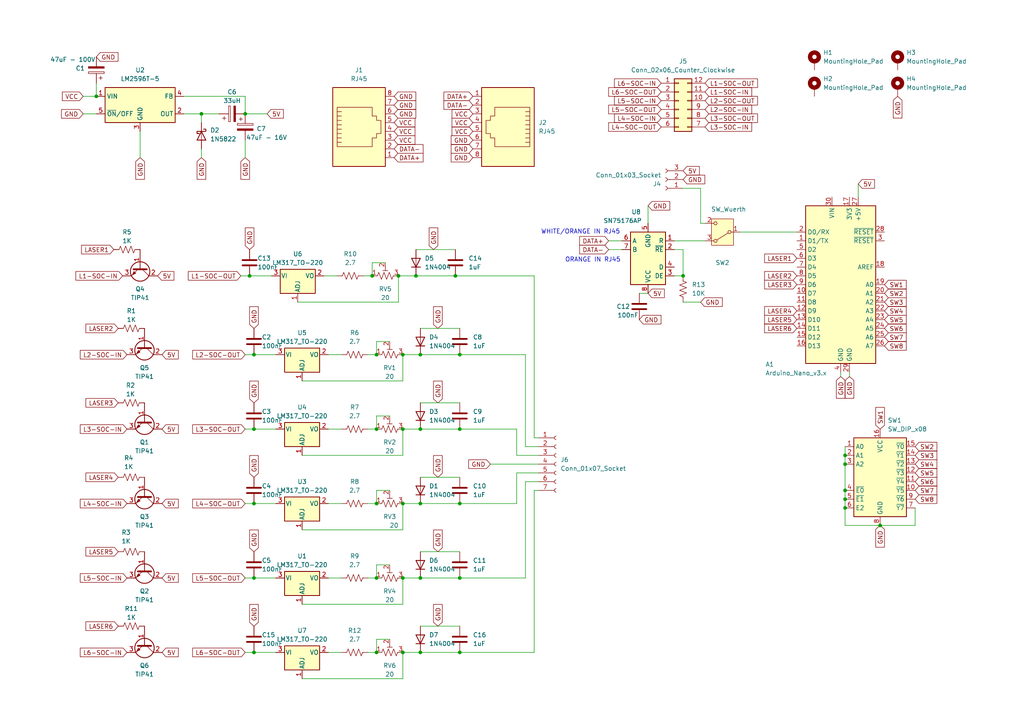
<source format=kicad_sch>
(kicad_sch (version 20250114) (generator "eeschema") (generator_version "9.0")
  (paper "A4")
  (text "WHITE/ORANGE IN RJ45" (at 168.402 67.31 0) (effects (font (size 1.27 1.27))))
  (text "ORANGE IN RJ45" (at 171.958 75.438 0) (effects (font (size 1.27 1.27))))
  (junction (at 120.65 80.01))
  (junction (at 72.39 80.01))
  (junction (at 245.11 134.62))
  (junction (at 245.11 142.24))
  (junction (at 109.22 124.46))
  (junction (at 245.11 147.32))
  (junction (at 109.22 146.05))
  (junction (at 116.84 124.46))
  (junction (at 109.22 167.64))
  (junction (at 73.66 124.46))
  (junction (at 115.57 80.01))
  (junction (at 73.66 146.05))
  (junction (at 133.35 167.64))
  (junction (at 116.84 146.05))
  (junction (at 116.84 189.23))
  (junction (at 121.92 102.87))
  (junction (at 73.66 102.87))
  (junction (at 133.35 146.05))
  (junction (at 107.95 80.01))
  (junction (at 109.22 102.87))
  (junction (at 255.27 152.4))
  (junction (at 245.11 132.08))
  (junction (at 58.42 33.02))
  (junction (at 121.92 189.23))
  (junction (at 121.92 124.46))
  (junction (at 27.94 27.94))
  (junction (at 133.35 189.23))
  (junction (at 121.92 167.64))
  (junction (at 71.12 33.02))
  (junction (at 133.35 102.87))
  (junction (at 132.08 80.01))
  (junction (at 116.84 102.87))
  (junction (at 109.22 189.23))
  (junction (at 73.66 189.23))
  (junction (at 121.92 146.05))
  (junction (at 116.84 167.64))
  (junction (at 245.11 144.78))
  (junction (at 198.12 80.01))
  (junction (at 133.35 124.46))
  (junction (at 73.66 167.64))
  (no_connect (at 299.72 132.08))
  (wire (pts (xy 69.85 80.01) (xy 72.39 80.01)))
  (wire (pts (xy 115.57 80.01) (xy 120.65 80.01)))
  (wire (pts (xy 109.22 120.65) (xy 109.22 124.46)))
  (wire (pts (xy 245.11 129.54) (xy 245.11 132.08)))
  (wire (pts (xy 120.65 80.01) (xy 132.08 80.01)))
  (wire (pts (xy 133.35 102.87) (xy 152.4 102.87)))
  (wire (pts (xy 116.84 167.64) (xy 121.92 167.64)))
  (wire (pts (xy 71.12 146.05) (xy 73.66 146.05)))
  (wire (pts (xy 195.58 80.01) (xy 198.12 80.01)))
  (wire (pts (xy 185.42 85.09) (xy 187.96 85.09)))
  (wire (pts (xy 116.84 102.87) (xy 121.92 102.87)))
  (wire (pts (xy 58.42 33.02) (xy 63.5 33.02)))
  (wire (pts (xy 133.35 146.05) (xy 149.86 146.05)))
  (wire (pts (xy 113.03 185.42) (xy 109.22 185.42)))
  (wire (pts (xy 71.12 33.02) (xy 77.47 33.02)))
  (wire (pts (xy 106.68 189.23) (xy 109.22 189.23)))
  (wire (pts (xy 149.86 137.16) (xy 149.86 146.05)))
  (wire (pts (xy 106.68 102.87) (xy 109.22 102.87)))
  (wire (pts (xy 71.12 189.23) (xy 73.66 189.23)))
  (wire (pts (xy 115.57 80.01) (xy 115.57 87.63)))
  (wire (pts (xy 116.84 102.87) (xy 116.84 110.49)))
  (wire (pts (xy 27.94 24.13) (xy 27.94 27.94)))
  (wire (pts (xy 116.84 124.46) (xy 116.84 132.08)))
  (wire (pts (xy 24.13 27.94) (xy 27.94 27.94)))
  (wire (pts (xy 73.66 102.87) (xy 80.01 102.87)))
  (wire (pts (xy 203.2 54.61) (xy 203.2 64.77)))
  (wire (pts (xy 121.92 116.84) (xy 133.35 116.84)))
  (wire (pts (xy 73.66 124.46) (xy 80.01 124.46)))
  (wire (pts (xy 121.92 138.43) (xy 133.35 138.43)))
  (wire (pts (xy 95.25 146.05) (xy 99.06 146.05)))
  (wire (pts (xy 203.2 87.63) (xy 198.12 87.63)))
  (wire (pts (xy 246.38 107.95) (xy 246.38 109.22)))
  (wire (pts (xy 176.53 72.39) (xy 180.34 72.39)))
  (wire (pts (xy 245.11 134.62) (xy 245.11 142.24)))
  (wire (pts (xy 116.84 175.26) (xy 87.63 175.26)))
  (wire (pts (xy 105.41 80.01) (xy 107.95 80.01)))
  (wire (pts (xy 149.86 137.16) (xy 156.21 137.16)))
  (wire (pts (xy 58.42 33.02) (xy 58.42 35.56)))
  (wire (pts (xy 142.24 134.62) (xy 156.21 134.62)))
  (wire (pts (xy 121.92 166.37) (xy 121.92 167.64)))
  (wire (pts (xy 71.12 27.94) (xy 71.12 33.02)))
  (wire (pts (xy 149.86 124.46) (xy 149.86 132.08)))
  (wire (pts (xy 53.34 27.94) (xy 71.12 27.94)))
  (wire (pts (xy 72.39 80.01) (xy 78.74 80.01)))
  (wire (pts (xy 24.13 33.02) (xy 27.94 33.02)))
  (wire (pts (xy 106.68 146.05) (xy 109.22 146.05)))
  (wire (pts (xy 116.84 175.26) (xy 116.84 167.64)))
  (wire (pts (xy 116.84 146.05) (xy 121.92 146.05)))
  (wire (pts (xy 106.68 124.46) (xy 109.22 124.46)))
  (wire (pts (xy 71.12 124.46) (xy 73.66 124.46)))
  (wire (pts (xy 121.92 124.46) (xy 133.35 124.46)))
  (wire (pts (xy 116.84 110.49) (xy 87.63 110.49)))
  (wire (pts (xy 93.98 80.01) (xy 97.79 80.01)))
  (wire (pts (xy 132.08 80.01) (xy 154.94 80.01)))
  (wire (pts (xy 214.63 67.31) (xy 231.14 67.31)))
  (wire (pts (xy 245.11 142.24) (xy 245.11 144.78)))
  (wire (pts (xy 116.84 153.67) (xy 87.63 153.67)))
  (wire (pts (xy 149.86 132.08) (xy 156.21 132.08)))
  (wire (pts (xy 121.92 181.61) (xy 133.35 181.61)))
  (wire (pts (xy 116.84 189.23) (xy 116.84 196.85)))
  (wire (pts (xy 204.47 69.85) (xy 195.58 69.85)))
  (wire (pts (xy 95.25 124.46) (xy 99.06 124.46)))
  (wire (pts (xy 120.65 72.39) (xy 132.08 72.39)))
  (wire (pts (xy 176.53 69.85) (xy 180.34 69.85)))
  (wire (pts (xy 121.92 167.64) (xy 133.35 167.64)))
  (wire (pts (xy 109.22 99.06) (xy 109.22 102.87)))
  (wire (pts (xy 116.84 189.23) (xy 121.92 189.23)))
  (wire (pts (xy 152.4 139.7) (xy 152.4 167.64)))
  (wire (pts (xy 198.12 72.39) (xy 198.12 80.01)))
  (wire (pts (xy 121.92 160.02) (xy 133.35 160.02)))
  (wire (pts (xy 71.12 102.87) (xy 73.66 102.87)))
  (wire (pts (xy 198.12 54.61) (xy 203.2 54.61)))
  (wire (pts (xy 113.03 99.06) (xy 109.22 99.06)))
  (wire (pts (xy 115.57 87.63) (xy 86.36 87.63)))
  (wire (pts (xy 116.84 132.08) (xy 87.63 132.08)))
  (wire (pts (xy 154.94 142.24) (xy 156.21 142.24)))
  (wire (pts (xy 121.92 189.23) (xy 133.35 189.23)))
  (wire (pts (xy 265.43 152.4) (xy 265.43 147.32)))
  (wire (pts (xy 107.95 76.2) (xy 107.95 80.01)))
  (wire (pts (xy 71.12 40.64) (xy 71.12 45.72)))
  (wire (pts (xy 111.76 76.2) (xy 107.95 76.2)))
  (wire (pts (xy 95.25 167.64) (xy 99.06 167.64)))
  (wire (pts (xy 40.64 38.1) (xy 40.64 45.72)))
  (wire (pts (xy 116.84 124.46) (xy 121.92 124.46)))
  (wire (pts (xy 116.84 146.05) (xy 116.84 153.67)))
  (wire (pts (xy 95.25 102.87) (xy 99.06 102.87)))
  (wire (pts (xy 109.22 163.83) (xy 109.22 167.64)))
  (wire (pts (xy 73.66 189.23) (xy 80.01 189.23)))
  (wire (pts (xy 154.94 80.01) (xy 154.94 127)))
  (wire (pts (xy 149.86 124.46) (xy 133.35 124.46)))
  (wire (pts (xy 121.92 95.25) (xy 133.35 95.25)))
  (wire (pts (xy 152.4 139.7) (xy 156.21 139.7)))
  (wire (pts (xy 106.68 167.64) (xy 109.22 167.64)))
  (wire (pts (xy 109.22 142.24) (xy 109.22 146.05)))
  (wire (pts (xy 152.4 102.87) (xy 152.4 129.54)))
  (wire (pts (xy 245.11 144.78) (xy 245.11 147.32)))
  (wire (pts (xy 113.03 142.24) (xy 109.22 142.24)))
  (wire (pts (xy 113.03 120.65) (xy 109.22 120.65)))
  (wire (pts (xy 245.11 147.32) (xy 245.11 152.4)))
  (wire (pts (xy 121.92 102.87) (xy 133.35 102.87)))
  (wire (pts (xy 133.35 189.23) (xy 154.94 189.23)))
  (wire (pts (xy 195.58 72.39) (xy 198.12 72.39)))
  (wire (pts (xy 245.11 132.08) (xy 245.11 134.62)))
  (wire (pts (xy 116.84 196.85) (xy 87.63 196.85)))
  (wire (pts (xy 109.22 185.42) (xy 109.22 189.23)))
  (wire (pts (xy 58.42 43.18) (xy 58.42 45.72)))
  (wire (pts (xy 113.03 163.83) (xy 109.22 163.83)))
  (wire (pts (xy 187.96 59.69) (xy 187.96 64.77)))
  (wire (pts (xy 73.66 146.05) (xy 80.01 146.05)))
  (wire (pts (xy 95.25 189.23) (xy 99.06 189.23)))
  (wire (pts (xy 71.12 167.64) (xy 73.66 167.64)))
  (wire (pts (xy 245.11 152.4) (xy 255.27 152.4)))
  (wire (pts (xy 243.84 107.95) (xy 243.84 109.22)))
  (wire (pts (xy 152.4 129.54) (xy 156.21 129.54)))
  (wire (pts (xy 154.94 127) (xy 156.21 127)))
  (wire (pts (xy 203.2 64.77) (xy 204.47 64.77)))
  (wire (pts (xy 73.66 167.64) (xy 80.01 167.64)))
  (wire (pts (xy 121.92 146.05) (xy 133.35 146.05)))
  (wire (pts (xy 255.27 152.4) (xy 265.43 152.4)))
  (wire (pts (xy 248.92 53.34) (xy 248.92 57.15)))
  (wire (pts (xy 154.94 189.23) (xy 154.94 142.24)))
  (wire (pts (xy 53.34 33.02) (xy 58.42 33.02)))
  (wire (pts (xy 133.35 167.64) (xy 152.4 167.64)))
  (global_label "SW2" (shape input) (at 265.43 129.54 0) (property "Intersheetrefs" "${INTERSHEET_REFS}" (effects (hide yes))))
  (global_label "GND" (shape input) (at 73.66 160.02 90) (property "Intersheetrefs" "${INTERSHEET_REFS}" (effects (hide yes))))
  (global_label "5V" (shape input) (at 46.99 167.64 0) (property "Intersheetrefs" "${INTERSHEET_REFS}" (effects (hide yes))))
  (global_label "L3-SOC-OUT" (shape input) (at 204.47 34.29 0) (property "Intersheetrefs" "${INTERSHEET_REFS}" (effects (hide yes))))
  (global_label "VCC" (shape input) (at 114.3 38.1 0) (property "Intersheetrefs" "${INTERSHEET_REFS}" (effects (hide yes))))
  (global_label "GND" (shape input) (at 185.42 92.71 0) (property "Intersheetrefs" "${INTERSHEET_REFS}" (effects (hide yes))))
  (global_label "GND" (shape input) (at 114.3 27.94 0) (property "Intersheetrefs" "${INTERSHEET_REFS}" (effects (hide yes))))
  (global_label "GND" (shape input) (at 255.27 152.4 270) (property "Intersheetrefs" "${INTERSHEET_REFS}" (effects (hide yes))))
  (global_label "LASER4" (shape input) (at 34.29 138.43 180) (property "Intersheetrefs" "${INTERSHEET_REFS}" (effects (hide yes))))
  (global_label "GND" (shape input) (at 127 95.25 90) (property "Intersheetrefs" "${INTERSHEET_REFS}" (effects (hide yes))))
  (global_label "GND" (shape input) (at 73.66 95.25 90) (property "Intersheetrefs" "${INTERSHEET_REFS}" (effects (hide yes))))
  (global_label "VCC" (shape input) (at 24.13 27.94 180) (property "Intersheetrefs" "${INTERSHEET_REFS}" (effects (hide yes))))
  (global_label "DATA+" (shape input) (at 114.3 45.72 0) (property "Intersheetrefs" "${INTERSHEET_REFS}" (effects (hide yes))))
  (global_label "SW7" (shape input) (at 265.43 142.24 0) (property "Intersheetrefs" "${INTERSHEET_REFS}" (effects (hide yes))))
  (global_label "DATA-" (shape input) (at 137.16 30.48 180) (property "Intersheetrefs" "${INTERSHEET_REFS}" (effects (hide yes))))
  (global_label "GND" (shape input) (at 72.39 72.39 90) (property "Intersheetrefs" "${INTERSHEET_REFS}" (effects (hide yes))))
  (global_label "L2-SOC-IN" (shape input) (at 204.47 31.75 0) (property "Intersheetrefs" "${INTERSHEET_REFS}" (effects (hide yes))))
  (global_label "LASER5" (shape input) (at 231.14 92.71 180) (property "Intersheetrefs" "${INTERSHEET_REFS}" (effects (hide yes))))
  (global_label "GND" (shape input) (at 40.64 45.72 270) (property "Intersheetrefs" "${INTERSHEET_REFS}" (effects (hide yes))))
  (global_label "GND" (shape input) (at 127 181.61 90) (property "Intersheetrefs" "${INTERSHEET_REFS}" (effects (hide yes))))
  (global_label "SW8" (shape input) (at 256.54 100.33 0) (property "Intersheetrefs" "${INTERSHEET_REFS}" (effects (hide yes))))
  (global_label "L4-SOC-IN" (shape input) (at 191.77 34.29 180) (property "Intersheetrefs" "${INTERSHEET_REFS}" (effects (hide yes))))
  (global_label "GND" (shape input) (at 73.66 181.61 90) (property "Intersheetrefs" "${INTERSHEET_REFS}" (effects (hide yes))))
  (global_label "LASER2" (shape input) (at 34.29 95.25 180) (property "Intersheetrefs" "${INTERSHEET_REFS}" (effects (hide yes))))
  (global_label "VCC" (shape input) (at 114.3 40.64 0) (property "Intersheetrefs" "${INTERSHEET_REFS}" (effects (hide yes))))
  (global_label "LASER3" (shape input) (at 231.14 82.55 180) (property "Intersheetrefs" "${INTERSHEET_REFS}" (effects (hide yes))))
  (global_label "VCC" (shape input) (at 114.3 35.56 0) (property "Intersheetrefs" "${INTERSHEET_REFS}" (effects (hide yes))))
  (global_label "L5-SOC-IN" (shape input) (at 191.77 29.21 180) (property "Intersheetrefs" "${INTERSHEET_REFS}" (effects (hide yes))))
  (global_label "L5-SOC-OUT" (shape input) (at 71.12 167.64 180) (property "Intersheetrefs" "${INTERSHEET_REFS}" (effects (hide yes))))
  (global_label "5V" (shape input) (at 187.96 85.09 0) (property "Intersheetrefs" "${INTERSHEET_REFS}" (effects (hide yes))))
  (global_label "VCC" (shape input) (at 137.16 33.02 180) (property "Intersheetrefs" "${INTERSHEET_REFS}" (effects (hide yes))))
  (global_label "GND" (shape input) (at 137.16 40.64 180) (property "Intersheetrefs" "${INTERSHEET_REFS}" (effects (hide yes))))
  (global_label "5V" (shape input) (at 46.99 124.46 0) (property "Intersheetrefs" "${INTERSHEET_REFS}" (effects (hide yes))))
  (global_label "GND" (shape input) (at 137.16 43.18 180) (property "Intersheetrefs" "${INTERSHEET_REFS}" (effects (hide yes))))
  (global_label "LASER1" (shape input) (at 231.14 74.93 180) (property "Intersheetrefs" "${INTERSHEET_REFS}" (effects (hide yes))))
  (global_label "GND" (shape input) (at 198.12 52.07 0) (property "Intersheetrefs" "${INTERSHEET_REFS}" (effects (hide yes))))
  (global_label "DATA-" (shape input) (at 176.53 72.39 180) (property "Intersheetrefs" "${INTERSHEET_REFS}" (effects (hide yes))))
  (global_label "L3-SOC-OUT" (shape input) (at 71.12 124.46 180) (property "Intersheetrefs" "${INTERSHEET_REFS}" (effects (hide yes))))
  (global_label "L6-SOC-IN" (shape input) (at 191.77 24.13 180) (property "Intersheetrefs" "${INTERSHEET_REFS}" (effects (hide yes))))
  (global_label "SW1" (shape input) (at 256.54 82.55 0) (property "Intersheetrefs" "${INTERSHEET_REFS}" (effects (hide yes))))
  (global_label "GND" (shape input) (at 127 116.84 90) (property "Intersheetrefs" "${INTERSHEET_REFS}" (effects (hide yes))))
  (global_label "L1-SOC-IN" (shape input) (at 204.47 26.67 0) (property "Intersheetrefs" "${INTERSHEET_REFS}" (effects (hide yes))))
  (global_label "SW2" (shape input) (at 256.54 85.09 0) (property "Intersheetrefs" "${INTERSHEET_REFS}" (effects (hide yes))))
  (global_label "GND" (shape input) (at 24.13 33.02 180) (property "Intersheetrefs" "${INTERSHEET_REFS}" (effects (hide yes))))
  (global_label "L5-SOC-OUT" (shape input) (at 191.77 31.75 180) (property "Intersheetrefs" "${INTERSHEET_REFS}" (effects (hide yes))))
  (global_label "GND" (shape input) (at 260.35 27.94 270) (property "Intersheetrefs" "${INTERSHEET_REFS}" (effects (hide yes))))
  (global_label "GND" (shape input) (at 142.24 134.62 180) (property "Intersheetrefs" "${INTERSHEET_REFS}" (effects (hide yes))))
  (global_label "SW4" (shape input) (at 265.43 134.62 0) (property "Intersheetrefs" "${INTERSHEET_REFS}" (effects (hide yes))))
  (global_label "DATA-" (shape input) (at 114.3 43.18 0) (property "Intersheetrefs" "${INTERSHEET_REFS}" (effects (hide yes))))
  (global_label "5V" (shape input) (at 46.99 102.87 0) (property "Intersheetrefs" "${INTERSHEET_REFS}" (effects (hide yes))))
  (global_label "GND" (shape input) (at 73.66 138.43 90) (property "Intersheetrefs" "${INTERSHEET_REFS}" (effects (hide yes))))
  (global_label "SW1" (shape input) (at 255.27 124.46 90) (property "Intersheetrefs" "${INTERSHEET_REFS}" (effects (hide yes))))
  (global_label "SW6" (shape input) (at 256.54 95.25 0) (property "Intersheetrefs" "${INTERSHEET_REFS}" (effects (hide yes))))
  (global_label "5V" (shape input) (at 46.99 189.23 0) (property "Intersheetrefs" "${INTERSHEET_REFS}" (effects (hide yes))))
  (global_label "LASER3" (shape input) (at 34.29 116.84 180) (property "Intersheetrefs" "${INTERSHEET_REFS}" (effects (hide yes))))
  (global_label "L4-SOC-OUT" (shape input) (at 71.12 146.05 180) (property "Intersheetrefs" "${INTERSHEET_REFS}" (effects (hide yes))))
  (global_label "VCC" (shape input) (at 137.16 35.56 180) (property "Intersheetrefs" "${INTERSHEET_REFS}" (effects (hide yes))))
  (global_label "SW5" (shape input) (at 265.43 137.16 0) (property "Intersheetrefs" "${INTERSHEET_REFS}" (effects (hide yes))))
  (global_label "5V" (shape input) (at 77.47 33.02 0) (property "Intersheetrefs" "${INTERSHEET_REFS}" (effects (hide yes))))
  (global_label "L6-SOC-OUT" (shape input) (at 71.12 189.23 180) (property "Intersheetrefs" "${INTERSHEET_REFS}" (effects (hide yes))))
  (global_label "GND" (shape input) (at 71.12 45.72 270) (property "Intersheetrefs" "${INTERSHEET_REFS}" (effects (hide yes))))
  (global_label "GND" (shape input) (at 58.42 45.72 270) (property "Intersheetrefs" "${INTERSHEET_REFS}" (effects (hide yes))))
  (global_label "L2-SOC-OUT" (shape input) (at 71.12 102.87 180) (property "Intersheetrefs" "${INTERSHEET_REFS}" (effects (hide yes))))
  (global_label "L3-SOC-IN" (shape input) (at 36.83 124.46 180) (property "Intersheetrefs" "${INTERSHEET_REFS}" (effects (hide yes))))
  (global_label "LASER1" (shape input) (at 33.02 72.39 180) (property "Intersheetrefs" "${INTERSHEET_REFS}" (effects (hide yes))))
  (global_label "GND" (shape input) (at 114.3 33.02 0) (property "Intersheetrefs" "${INTERSHEET_REFS}" (effects (hide yes))))
  (global_label "SW6" (shape input) (at 265.43 139.7 0) (property "Intersheetrefs" "${INTERSHEET_REFS}" (effects (hide yes))))
  (global_label "DATA+" (shape input) (at 137.16 27.94 180) (property "Intersheetrefs" "${INTERSHEET_REFS}" (effects (hide yes))))
  (global_label "SW7" (shape input) (at 256.54 97.79 0) (property "Intersheetrefs" "${INTERSHEET_REFS}" (effects (hide yes))))
  (global_label "GND" (shape input) (at 73.66 116.84 90) (property "Intersheetrefs" "${INTERSHEET_REFS}" (effects (hide yes))))
  (global_label "L1-SOC-OUT" (shape input) (at 69.85 80.01 180) (property "Intersheetrefs" "${INTERSHEET_REFS}" (effects (hide yes))))
  (global_label "SW4" (shape input) (at 256.54 90.17 0) (property "Intersheetrefs" "${INTERSHEET_REFS}" (effects (hide yes))))
  (global_label "5V" (shape input) (at 45.72 80.01 0) (property "Intersheetrefs" "${INTERSHEET_REFS}" (effects (hide yes))))
  (global_label "L6-SOC-IN" (shape input) (at 36.83 189.23 180) (property "Intersheetrefs" "${INTERSHEET_REFS}" (effects (hide yes))))
  (global_label "SW5" (shape input) (at 256.54 92.71 0) (property "Intersheetrefs" "${INTERSHEET_REFS}" (effects (hide yes))))
  (global_label "LASER2" (shape input) (at 231.14 80.01 180) (property "Intersheetrefs" "${INTERSHEET_REFS}" (effects (hide yes))))
  (global_label "L3-SOC-IN" (shape input) (at 204.47 36.83 0) (property "Intersheetrefs" "${INTERSHEET_REFS}" (effects (hide yes))))
  (global_label "LASER5" (shape input) (at 34.29 160.02 180) (property "Intersheetrefs" "${INTERSHEET_REFS}" (effects (hide yes))))
  (global_label "L6-SOC-OUT" (shape input) (at 191.77 26.67 180) (property "Intersheetrefs" "${INTERSHEET_REFS}" (effects (hide yes))))
  (global_label "LASER6" (shape input) (at 231.14 95.25 180) (property "Intersheetrefs" "${INTERSHEET_REFS}" (effects (hide yes))))
  (global_label "GND" (shape input) (at 27.94 16.51 0) (property "Intersheetrefs" "${INTERSHEET_REFS}" (effects (hide yes))))
  (global_label "GND" (shape input) (at 127 138.43 90) (property "Intersheetrefs" "${INTERSHEET_REFS}" (effects (hide yes))))
  (global_label "VCC" (shape input) (at 137.16 38.1 180) (property "Intersheetrefs" "${INTERSHEET_REFS}" (effects (hide yes))))
  (global_label "GND" (shape input) (at 187.96 59.69 0) (property "Intersheetrefs" "${INTERSHEET_REFS}" (effects (hide yes))))
  (global_label "GND" (shape input) (at 203.2 87.63 0) (property "Intersheetrefs" "${INTERSHEET_REFS}" (effects (hide yes))))
  (global_label "L4-SOC-OUT" (shape input) (at 191.77 36.83 180) (property "Intersheetrefs" "${INTERSHEET_REFS}" (effects (hide yes))))
  (global_label "GND" (shape input) (at 125.73 72.39 90) (property "Intersheetrefs" "${INTERSHEET_REFS}" (effects (hide yes))))
  (global_label "SW8" (shape input) (at 265.43 144.78 0) (property "Intersheetrefs" "${INTERSHEET_REFS}" (effects (hide yes))))
  (global_label "5V" (shape input) (at 46.99 146.05 0) (property "Intersheetrefs" "${INTERSHEET_REFS}" (effects (hide yes))))
  (global_label "L2-SOC-IN" (shape input) (at 36.83 102.87 180) (property "Intersheetrefs" "${INTERSHEET_REFS}" (effects (hide yes))))
  (global_label "GND" (shape input) (at 137.16 45.72 180) (property "Intersheetrefs" "${INTERSHEET_REFS}" (effects (hide yes))))
  (global_label "L4-SOC-IN" (shape input) (at 36.83 146.05 180) (property "Intersheetrefs" "${INTERSHEET_REFS}" (effects (hide yes))))
  (global_label "GND" (shape input) (at 243.84 109.22 270) (property "Intersheetrefs" "${INTERSHEET_REFS}" (effects (hide yes))))
  (global_label "5V" (shape input) (at 198.12 49.53 0) (property "Intersheetrefs" "${INTERSHEET_REFS}" (effects (hide yes))))
  (global_label "SW3" (shape input) (at 265.43 132.08 0) (property "Intersheetrefs" "${INTERSHEET_REFS}" (effects (hide yes))))
  (global_label "LASER4" (shape input) (at 231.14 90.17 180) (property "Intersheetrefs" "${INTERSHEET_REFS}" (effects (hide yes))))
  (global_label "LASER6" (shape input) (at 34.29 181.61 180) (property "Intersheetrefs" "${INTERSHEET_REFS}" (effects (hide yes))))
  (global_label "L1-SOC-IN" (shape input) (at 35.56 80.01 180) (property "Intersheetrefs" "${INTERSHEET_REFS}" (effects (hide yes))))
  (global_label "5V" (shape input) (at 248.92 53.34 0) (property "Intersheetrefs" "${INTERSHEET_REFS}" (effects (hide yes))))
  (global_label "L5-SOC-IN" (shape input) (at 36.83 167.64 180) (property "Intersheetrefs" "${INTERSHEET_REFS}" (effects (hide yes))))
  (global_label "GND" (shape input) (at 246.38 109.22 270) (property "Intersheetrefs" "${INTERSHEET_REFS}" (effects (hide yes))))
  (global_label "DATA+" (shape input) (at 176.53 69.85 180) (property "Intersheetrefs" "${INTERSHEET_REFS}" (effects (hide yes))))
  (global_label "GND" (shape input) (at 114.3 30.48 0) (property "Intersheetrefs" "${INTERSHEET_REFS}" (effects (hide yes))))
  (global_label "L1-SOC-OUT" (shape input) (at 204.47 24.13 0) (property "Intersheetrefs" "${INTERSHEET_REFS}" (effects (hide yes))))
  (global_label "L2-SOC-OUT" (shape input) (at 204.47 29.21 0) (property "Intersheetrefs" "${INTERSHEET_REFS}" (effects (hide yes))))
  (global_label "GND" (shape input) (at 127 160.02 90) (property "Intersheetrefs" "${INTERSHEET_REFS}" (effects (hide yes))))
  (global_label "SW3" (shape input) (at 256.54 87.63 0) (property "Intersheetrefs" "${INTERSHEET_REFS}" (effects (hide yes))))
  (symbol (lib_id "Diode:1N4004") (at 121.92 142.24 90) (unit 1)
    (property "Reference" "D1" (at 124.46 140.9699 90) (effects (justify right)))
    (property "Value" "1N4004" (at 124.46 143.5099 90) (effects (justify right)))
    (property "Footprint" "Diode_THT:D_DO-41_SOD81_P7.62mm_Horizontal" (effects (hide yes)))
    (property "Datasheet" "http://www.vishay.com/docs/88503/1n4001.pdf" (effects (hide yes)))
    (property "Description" "400V 1A General Purpose Rectifier Diode, DO-41" (effects (hide yes)))
    (property "Sim.Device" "D" (effects (hide yes)))
    (property "Sim.Pins" "1=K 2=A" (effects (hide yes)))
  )
  (symbol (lib_id "Device:R_US") (at 102.87 124.46 270) (unit 1)
    (property "Reference" "R7" (at 102.87 118.11 90))
    (property "Value" "2.7" (at 102.87 120.65 90))
    (property "Footprint" "Resistor_THT:R_Axial_DIN0411_L9.9mm_D3.6mm_P12.70mm_Horizontal" (effects (hide yes)))
    (property "Description" "Resistor, US symbol" (effects (hide yes)))
  )
  (symbol (lib_id "Device:C") (at 73.66 120.65 0) (unit 1)
    (property "Reference" "C3" (at 75.946 119.38 0) (effects (justify left)))
    (property "Value" "100nF" (at 75.946 121.92 0) (effects (justify left)))
    (property "Footprint" "Capacitor_THT:C_Disc_D3.0mm_W2.0mm_P2.50mm" (effects (hide yes)))
    (property "Description" "Unpolarized capacitor" (effects (hide yes)))
  )
  (symbol (lib_id "Regulator_Linear:LM317_TO-220") (at 87.63 102.87 0) (unit 1)
    (property "Reference" "U5" (at 87.63 96.52 0))
    (property "Value" "LM317_TO-220" (at 87.63 99.06 0))
    (property "Footprint" "Package_TO_SOT_THT:TO-220-3_Vertical" (effects (hide yes)))
    (property "Datasheet" "http://www.ti.com/lit/ds/symlink/lm317.pdf" (effects (hide yes)))
    (property "Description" "1.5A 35V Adjustable Linear Regulator, TO-220" (effects (hide yes)))
  )
  (symbol (lib_id "Device:C") (at 133.35 120.65 0) (unit 1)
    (property "Reference" "C9" (at 137.16 119.3799 0) (effects (justify left)))
    (property "Value" "1uF" (at 137.16 121.9199 0) (effects (justify left)))
    (property "Footprint" "Capacitor_THT:C_Disc_D3.0mm_W2.0mm_P2.50mm" (effects (hide yes)))
    (property "Description" "Unpolarized capacitor" (effects (hide yes)))
  )
  (symbol (lib_id "Diode:1N4004") (at 121.92 185.42 90) (unit 1)
    (property "Reference" "D7" (at 124.46 184.1499 90) (effects (justify right)))
    (property "Value" "1N4004" (at 124.46 186.6899 90) (effects (justify right)))
    (property "Footprint" "Diode_THT:D_DO-41_SOD81_P7.62mm_Horizontal" (effects (hide yes)))
    (property "Datasheet" "http://www.vishay.com/docs/88503/1n4001.pdf" (effects (hide yes)))
    (property "Description" "400V 1A General Purpose Rectifier Diode, DO-41" (effects (hide yes)))
    (property "Sim.Device" "D" (effects (hide yes)))
    (property "Sim.Pins" "1=K 2=A" (effects (hide yes)))
  )
  (symbol (lib_id "Device:R_US") (at 102.87 102.87 270) (unit 1)
    (property "Reference" "R6" (at 102.87 96.52 90))
    (property "Value" "2.7" (at 102.87 99.06 90))
    (property "Footprint" "Resistor_THT:R_Axial_DIN0411_L9.9mm_D3.6mm_P12.70mm_Horizontal" (effects (hide yes)))
    (property "Description" "Resistor, US symbol" (effects (hide yes)))
  )
  (symbol (lib_id "Regulator_Linear:LM317_TO-220") (at 87.63 124.46 0) (unit 1)
    (property "Reference" "U4" (at 87.63 118.11 0))
    (property "Value" "LM317_TO-220" (at 87.63 120.65 0))
    (property "Footprint" "Package_TO_SOT_THT:TO-220-3_Vertical" (effects (hide yes)))
    (property "Datasheet" "http://www.ti.com/lit/ds/symlink/lm317.pdf" (effects (hide yes)))
    (property "Description" "1.5A 35V Adjustable Linear Regulator, TO-220" (effects (hide yes)))
  )
  (symbol (lib_id "Device:C_Polarized") (at 71.12 36.83 0) (unit 1)
    (property "Reference" "C7" (at 74.422 37.338 0) (effects (justify left)))
    (property "Value" "47uF - 16V" (at 71.374 39.878 0) (effects (justify left)))
    (property "Footprint" "Capacitor_THT:CP_Radial_D7.5mm_P2.50mm" (effects (hide yes)))
    (property "Description" "Polarized capacitor" (effects (hide yes)))
  )
  (symbol (lib_id "Device:R_Potentiometer_Trim_US") (at 113.03 124.46 90) (unit 1)
    (property "Reference" "RV2" (at 113.03 128.27 90))
    (property "Value" "20" (at 113.03 130.81 90))
    (property "Footprint" "Potentiometer_THT:Potentiometer_Bourns_3296Z_Horizontal" (effects (hide yes)))
    (property "Description" "Trim-potentiometer, US symbol" (effects (hide yes)))
  )
  (symbol (lib_id "Device:R_US") (at 36.83 72.39 270) (unit 1)
    (property "Reference" "R5" (at 36.83 67.31 90))
    (property "Value" "1K" (at 36.83 69.85 90))
    (property "Footprint" "Resistor_THT:R_Axial_DIN0207_L6.3mm_D2.5mm_P7.62mm_Horizontal" (effects (hide yes)))
    (property "Description" "Resistor, US symbol" (effects (hide yes)))
  )
  (symbol (lib_id "74xx:74HCT138") (at 255.27 139.7 0) (unit 1)
    (property "Reference" "SW1" (at 257.4641 121.92 0) (effects (justify left)))
    (property "Value" "SW_DIP_x08" (at 257.4641 124.46 0) (effects (justify left)))
    (property "Footprint" "Package_DIP:DIP-16_W7.62mm_LongPads" (effects (hide yes)))
    (property "Datasheet" "http://www.ti.com/lit/ds/symlink/cd74hc238.pdf" (effects (hide yes)))
    (property "Description" "3-to-8 line decoder/multiplexer inverting, DIP-16/SOIC-16/SSOP-16" (effects (hide yes)))
  )
  (symbol (lib_id "Device:R_Potentiometer_Trim_US") (at 113.03 189.23 90) (unit 1)
    (property "Reference" "RV6" (at 113.03 193.04 90))
    (property "Value" "20" (at 113.03 195.58 90))
    (property "Footprint" "Potentiometer_THT:Potentiometer_Bourns_3296Z_Horizontal" (effects (hide yes)))
    (property "Description" "Trim-potentiometer, US symbol" (effects (hide yes)))
  )
  (symbol (lib_id "Regulator_Linear:LM317_TO-220") (at 87.63 146.05 0) (unit 1)
    (property "Reference" "U3" (at 87.63 139.7 0))
    (property "Value" "LM317_TO-220" (at 87.63 142.24 0))
    (property "Footprint" "Package_TO_SOT_THT:TO-220-3_Vertical" (effects (hide yes)))
    (property "Datasheet" "http://www.ti.com/lit/ds/symlink/lm317.pdf" (effects (hide yes)))
    (property "Description" "1.5A 35V Adjustable Linear Regulator, TO-220" (effects (hide yes)))
  )
  (symbol (lib_id "Interface_UART:SN75176AP") (at 187.96 74.93 180) (unit 1)
    (property "Reference" "U8" (at 183.134 61.468 0) (effects (justify right)))
    (property "Value" "SN75176AP" (at 175.006 64.008 0) (effects (justify right)))
    (property "Footprint" "Package_DIP:DIP-8_W7.62mm_Socket_LongPads" (effects (hide yes)))
    (property "Datasheet" "http://www.ti.com/lit/ds/symlink/sn75176a.pdf" (effects (hide yes)))
    (property "Description" "Differential RS-422/RS-485 bus transceiver, DIP-8" (effects (hide yes)))
  )
  (symbol (lib_id "Transistor_BJT:TIP41") (at 41.91 143.51 270) (unit 1)
    (property "Reference" "Q3" (at 41.91 149.86 90))
    (property "Value" "TIP41" (at 41.91 152.4 90))
    (property "Footprint" "Package_TO_SOT_THT:TO-220-3_Vertical" (effects (hide yes)))
    (property "Datasheet" "https://www.centralsemi.com/get_document.php?cmp=1&mergetype=pd&mergepath=pd&pdf_id=tip41.PDF" (effects (hide yes)))
    (property "Description" "6A Ic, 40V Vce, Power NPN Transistor, TO-220" (effects (hide yes)))
  )
  (symbol (lib_id "Device:C") (at 73.66 163.83 0) (unit 1)
    (property "Reference" "C5" (at 75.946 162.56 0) (effects (justify left)))
    (property "Value" "100nF" (at 75.946 165.1 0) (effects (justify left)))
    (property "Footprint" "Capacitor_THT:C_Disc_D3.0mm_W2.0mm_P2.50mm" (effects (hide yes)))
    (property "Description" "Unpolarized capacitor" (effects (hide yes)))
  )
  (symbol (lib_id "Mechanical:MountingHole_Pad") (at 260.35 25.4 0) (unit 1) (exclude_from_sim yes) (in_bom no)
    (property "Reference" "H4" (at 262.89 22.8599 0) (effects (justify left)))
    (property "Value" "MountingHole_Pad" (at 262.89 25.3999 0) (effects (justify left)))
    (property "Footprint" "MountingHole:MountingHole_3.2mm_M3_Pad" (effects (hide yes)))
    (property "Description" "Mounting Hole with connection" (effects (hide yes)))
  )
  (symbol (lib_id "Connector:RJ45") (at 104.14 38.1 0) (unit 1)
    (property "Reference" "J1" (at 104.14 20.32 0))
    (property "Value" "RJ45" (at 104.14 22.86 0))
    (property "Footprint" "Connector_RJ:RJ45_Amphenol_54602-x08_Horizontal" (effects (hide yes)))
    (property "Description" "RJ connector, 8P8C (8 positions 8 connected)" (effects (hide yes)))
  )
  (symbol (lib_id "Mechanical:MountingHole_Pad") (at 260.35 17.78 0) (unit 1) (exclude_from_sim yes) (in_bom no)
    (property "Reference" "H3" (at 262.89 15.2399 0) (effects (justify left)))
    (property "Value" "MountingHole_Pad" (at 262.89 17.7799 0) (effects (justify left)))
    (property "Footprint" "MountingHole:MountingHole_3.2mm_M3_Pad" (effects (hide yes)))
    (property "Description" "Mounting Hole with connection" (effects (hide yes)))
  )
  (symbol (lib_id "Mechanical:MountingHole_Pad") (at 236.22 25.4 0) (unit 1) (exclude_from_sim yes) (in_bom no)
    (property "Reference" "H2" (at 238.76 22.8599 0) (effects (justify left)))
    (property "Value" "MountingHole_Pad" (at 238.76 25.3999 0) (effects (justify left)))
    (property "Footprint" "MountingHole:MountingHole_3.2mm_M3_Pad" (effects (hide yes)))
    (property "Description" "Mounting Hole with connection" (effects (hide yes)))
  )
  (symbol (lib_id "Diode:1N4004") (at 121.92 163.83 90) (unit 1)
    (property "Reference" "D6" (at 124.46 162.5599 90) (effects (justify right)))
    (property "Value" "1N4004" (at 124.46 165.0999 90) (effects (justify right)))
    (property "Footprint" "Diode_THT:D_DO-41_SOD81_P7.62mm_Horizontal" (effects (hide yes)))
    (property "Datasheet" "http://www.vishay.com/docs/88503/1n4001.pdf" (effects (hide yes)))
    (property "Description" "400V 1A General Purpose Rectifier Diode, DO-41" (effects (hide yes)))
    (property "Sim.Device" "D" (effects (hide yes)))
    (property "Sim.Pins" "1=K 2=A" (effects (hide yes)))
  )
  (symbol (lib_id "Device:C") (at 133.35 142.24 0) (unit 1)
    (property "Reference" "C10" (at 137.16 140.9699 0) (effects (justify left)))
    (property "Value" "1uF" (at 137.16 143.5099 0) (effects (justify left)))
    (property "Footprint" "Capacitor_THT:C_Disc_D3.0mm_W2.0mm_P2.50mm" (effects (hide yes)))
    (property "Description" "Unpolarized capacitor" (effects (hide yes)))
  )
  (symbol (lib_id "Device:R_US") (at 38.1 95.25 270) (unit 1)
    (property "Reference" "R1" (at 38.1 90.17 90))
    (property "Value" "1K" (at 38.1 92.71 90))
    (property "Footprint" "Resistor_THT:R_Axial_DIN0207_L6.3mm_D2.5mm_P7.62mm_Horizontal" (effects (hide yes)))
    (property "Description" "Resistor, US symbol" (effects (hide yes)))
  )
  (symbol (lib_id "Device:R_Potentiometer_Trim_US") (at 111.76 80.01 90) (unit 1)
    (property "Reference" "RV5" (at 111.76 83.82 90))
    (property "Value" "20" (at 111.76 86.36 90))
    (property "Footprint" "Potentiometer_THT:Potentiometer_Bourns_3296Z_Horizontal" (effects (hide yes)))
    (property "Description" "Trim-potentiometer, US symbol" (effects (hide yes)))
  )
  (symbol (lib_id "Device:C_Polarized") (at 27.94 20.32 180) (unit 1)
    (property "Reference" "C1" (at 24.638 19.812 0) (effects (justify left)))
    (property "Value" "47uF - 100V" (at 27.686 17.272 0) (effects (justify left)))
    (property "Footprint" "Capacitor_THT:CP_Radial_D7.5mm_P2.50mm" (effects (hide yes)))
    (property "Description" "Polarized capacitor" (effects (hide yes)))
  )
  (symbol (lib_id "Device:R_US") (at 102.87 146.05 270) (unit 1)
    (property "Reference" "R8" (at 102.87 139.7 90))
    (property "Value" "2.7" (at 102.87 142.24 90))
    (property "Footprint" "Resistor_THT:R_Axial_DIN0411_L9.9mm_D3.6mm_P12.70mm_Horizontal" (effects (hide yes)))
    (property "Description" "Resistor, US symbol" (effects (hide yes)))
  )
  (symbol (lib_id "Device:R_US") (at 38.1 138.43 270) (unit 1)
    (property "Reference" "R4" (at 37.338 132.842 90))
    (property "Value" "1K" (at 37.338 135.382 90))
    (property "Footprint" "Resistor_THT:R_Axial_DIN0207_L6.3mm_D2.5mm_P7.62mm_Horizontal" (effects (hide yes)))
    (property "Description" "Resistor, US symbol" (effects (hide yes)))
  )
  (symbol (lib_id "Transistor_BJT:TIP41") (at 41.91 100.33 270) (unit 1)
    (property "Reference" "Q5" (at 41.91 106.68 90))
    (property "Value" "TIP41" (at 41.91 109.22 90))
    (property "Footprint" "Package_TO_SOT_THT:TO-220-3_Vertical" (effects (hide yes)))
    (property "Datasheet" "https://www.centralsemi.com/get_document.php?cmp=1&mergetype=pd&mergepath=pd&pdf_id=tip41.PDF" (effects (hide yes)))
    (property "Description" "6A Ic, 40V Vce, Power NPN Transistor, TO-220" (effects (hide yes)))
  )
  (symbol (lib_id "Device:C") (at 73.66 99.06 0) (unit 1)
    (property "Reference" "C2" (at 75.946 97.79 0) (effects (justify left)))
    (property "Value" "100nF" (at 75.946 100.33 0) (effects (justify left)))
    (property "Footprint" "Capacitor_THT:C_Disc_D3.0mm_W2.0mm_P2.50mm" (effects (hide yes)))
    (property "Description" "Unpolarized capacitor" (effects (hide yes)))
  )
  (symbol (lib_id "Diode:1N4004") (at 121.92 120.65 90) (unit 1)
    (property "Reference" "D3" (at 124.46 119.3799 90) (effects (justify right)))
    (property "Value" "1N4004" (at 124.46 121.9199 90) (effects (justify right)))
    (property "Footprint" "Diode_THT:D_DO-41_SOD81_P7.62mm_Horizontal" (effects (hide yes)))
    (property "Datasheet" "http://www.vishay.com/docs/88503/1n4001.pdf" (effects (hide yes)))
    (property "Description" "400V 1A General Purpose Rectifier Diode, DO-41" (effects (hide yes)))
    (property "Sim.Device" "D" (effects (hide yes)))
    (property "Sim.Pins" "1=K 2=A" (effects (hide yes)))
  )
  (symbol (lib_id "Diode:1N5822") (at 58.42 39.37 270) (unit 1)
    (property "Reference" "D2" (at 60.96 37.7824 90) (effects (justify left)))
    (property "Value" "1N5822" (at 60.96 40.3224 90) (effects (justify left)))
    (property "Footprint" "Diode_THT:D_DO-201AD_P15.24mm_Horizontal" (effects (hide yes)))
    (property "Datasheet" "http://www.vishay.com/docs/88526/1n5820.pdf" (effects (hide yes)))
    (property "Description" "40V 3A Schottky Barrier Rectifier Diode, DO-201AD" (effects (hide yes)))
  )
  (symbol (lib_id "Transistor_BJT:TIP41") (at 41.91 165.1 270) (unit 1)
    (property "Reference" "Q2" (at 41.91 171.45 90))
    (property "Value" "TIP41" (at 41.91 173.99 90))
    (property "Footprint" "Package_TO_SOT_THT:TO-220-3_Vertical" (effects (hide yes)))
    (property "Datasheet" "https://www.centralsemi.com/get_document.php?cmp=1&mergetype=pd&mergepath=pd&pdf_id=tip41.PDF" (effects (hide yes)))
    (property "Description" "6A Ic, 40V Vce, Power NPN Transistor, TO-220" (effects (hide yes)))
  )
  (symbol (lib_id "Transistor_BJT:TIP41") (at 41.91 186.69 270) (unit 1)
    (property "Reference" "Q6" (at 41.91 193.04 90))
    (property "Value" "TIP41" (at 41.91 195.58 90))
    (property "Footprint" "Package_TO_SOT_THT:TO-220-3_Vertical" (effects (hide yes)))
    (property "Datasheet" "https://www.centralsemi.com/get_document.php?cmp=1&mergetype=pd&mergepath=pd&pdf_id=tip41.PDF" (effects (hide yes)))
    (property "Description" "6A Ic, 40V Vce, Power NPN Transistor, TO-220" (effects (hide yes)))
  )
  (symbol (lib_id "Regulator_Linear:LM317_TO-220") (at 87.63 189.23 0) (unit 1)
    (property "Reference" "U7" (at 87.63 182.88 0))
    (property "Value" "LM317_TO-220" (at 87.63 185.42 0))
    (property "Footprint" "Package_TO_SOT_THT:TO-220-3_Vertical" (effects (hide yes)))
    (property "Datasheet" "http://www.ti.com/lit/ds/symlink/lm317.pdf" (effects (hide yes)))
    (property "Description" "1.5A 35V Adjustable Linear Regulator, TO-220" (effects (hide yes)))
  )
  (symbol (lib_id "Device:R_US") (at 38.1 181.61 270) (unit 1)
    (property "Reference" "R11" (at 38.1 176.53 90))
    (property "Value" "1K" (at 38.1 179.07 90))
    (property "Footprint" "Resistor_THT:R_Axial_DIN0207_L6.3mm_D2.5mm_P7.62mm_Horizontal" (effects (hide yes)))
    (property "Description" "Resistor, US symbol" (effects (hide yes)))
  )
  (symbol (lib_id "Diode:1N4004") (at 120.65 76.2 90) (unit 1)
    (property "Reference" "D5" (at 123.19 74.9299 90) (effects (justify right)))
    (property "Value" "1N4004" (at 123.19 77.4699 90) (effects (justify right)))
    (property "Footprint" "Diode_THT:D_DO-41_SOD81_P7.62mm_Horizontal" (effects (hide yes)))
    (property "Datasheet" "http://www.vishay.com/docs/88503/1n4001.pdf" (effects (hide yes)))
    (property "Description" "400V 1A General Purpose Rectifier Diode, DO-41" (effects (hide yes)))
    (property "Sim.Device" "D" (effects (hide yes)))
    (property "Sim.Pins" "1=K 2=A" (effects (hide yes)))
  )
  (symbol (lib_id "Transistor_BJT:TIP41") (at 40.64 77.47 270) (unit 1)
    (property "Reference" "Q4" (at 40.64 83.82 90))
    (property "Value" "TIP41" (at 40.64 86.36 90))
    (property "Footprint" "Package_TO_SOT_THT:TO-220-3_Vertical" (effects (hide yes)))
    (property "Datasheet" "https://www.centralsemi.com/get_document.php?cmp=1&mergetype=pd&mergepath=pd&pdf_id=tip41.PDF" (effects (hide yes)))
    (property "Description" "6A Ic, 40V Vce, Power NPN Transistor, TO-220" (effects (hide yes)))
  )
  (symbol (lib_id "Device:R_Potentiometer_Trim_US") (at 113.03 102.87 90) (unit 1)
    (property "Reference" "RV1" (at 113.03 106.68 90))
    (property "Value" "20" (at 113.03 109.22 90))
    (property "Footprint" "Potentiometer_THT:Potentiometer_Bourns_3296Z_Horizontal" (effects (hide yes)))
    (property "Description" "Trim-potentiometer, US symbol" (effects (hide yes)))
  )
  (symbol (lib_id "Connector_Generic:Conn_02x06_Counter_Clockwise") (at 196.85 29.21 0) (unit 1)
    (property "Reference" "J5" (at 198.12 17.78 0))
    (property "Value" "Conn_02x06_Counter_Clockwise" (at 198.12 20.32 0))
    (property "Footprint" "Connector_PinHeader_2.54mm:PinHeader_2x06_P2.54mm_Vertical" (effects (hide yes)))
    (property "Description" "Generic connector, double row, 02x06, counter clockwise pin numbering scheme (similar to DIP package numbering), script generated (kicad-library-utils/schlib/autogen/connector/)" (effects (hide yes)))
  )
  (symbol (lib_id "Regulator_Switching:LM2596T-5") (at 40.64 30.48 0) (unit 1)
    (property "Reference" "U2" (at 40.64 20.32 0))
    (property "Value" "LM2596T-5" (at 40.64 22.86 0))
    (property "Footprint" "Package_TO_SOT_THT:TO-220-5_P3.4x3.7mm_StaggerOdd_Lead3.8mm_Vertical" (effects (hide yes)))
    (property "Datasheet" "http://www.ti.com/lit/ds/symlink/lm2596.pdf" (effects (hide yes)))
    (property "Description" "5V 3A 150kHz Step-Down Voltage Regulator, TO-220" (effects (hide yes)))
  )
  (symbol (lib_id "Connector:Conn_01x07_Socket") (at 161.29 134.62 0) (unit 1)
    (property "Reference" "J6" (at 162.56 133.3499 0) (effects (justify left)))
    (property "Value" "Conn_01x07_Socket" (at 162.56 135.8899 0) (effects (justify left)))
    (property "Footprint" "Connector_JST:JST_EH_B7B-EH-A_1x07_P2.50mm_Vertical" (effects (hide yes)))
    (property "Description" "Generic connector, single row, 01x07, script generated" (effects (hide yes)))
  )
  (symbol (lib_id "Device:R_US") (at 38.1 160.02 270) (unit 1)
    (property "Reference" "R3" (at 36.576 154.432 90))
    (property "Value" "1K" (at 36.576 156.972 90))
    (property "Footprint" "Resistor_THT:R_Axial_DIN0207_L6.3mm_D2.5mm_P7.62mm_Horizontal" (effects (hide yes)))
    (property "Description" "Resistor, US symbol" (effects (hide yes)))
  )
  (symbol (lib_id "Device:C") (at 132.08 76.2 0) (unit 1)
    (property "Reference" "C14" (at 135.89 74.9299 0) (effects (justify left)))
    (property "Value" "1uF" (at 135.89 77.4699 0) (effects (justify left)))
    (property "Footprint" "Capacitor_THT:C_Disc_D3.0mm_W2.0mm_P2.50mm" (effects (hide yes)))
    (property "Description" "Unpolarized capacitor" (effects (hide yes)))
  )
  (symbol (lib_id "Device:R_Potentiometer_Trim_US") (at 113.03 167.64 90) (unit 1)
    (property "Reference" "RV4" (at 113.03 171.45 90))
    (property "Value" "20" (at 113.03 173.99 90))
    (property "Footprint" "Potentiometer_THT:Potentiometer_Bourns_3296Z_Horizontal" (effects (hide yes)))
    (property "Description" "Trim-potentiometer, US symbol" (effects (hide yes)))
  )
  (symbol (lib_id "Device:C_Polarized") (at 67.31 33.02 90) (unit 1)
    (property "Reference" "C6" (at 67.31 26.67 90))
    (property "Value" "33uH" (at 67.31 29.21 90))
    (property "Footprint" "Capacitor_THT:CP_Radial_D8.0mm_P5.00mm" (effects (hide yes)))
    (property "Description" "Polarized capacitor" (effects (hide yes)))
  )
  (symbol (lib_id "Regulator_Linear:LM317_TO-220") (at 87.63 167.64 0) (unit 1)
    (property "Reference" "U1" (at 87.63 161.29 0))
    (property "Value" "LM317_TO-220" (at 87.63 163.83 0))
    (property "Footprint" "Package_TO_SOT_THT:TO-220-3_Vertical" (effects (hide yes)))
    (property "Datasheet" "http://www.ti.com/lit/ds/symlink/lm317.pdf" (effects (hide yes)))
    (property "Description" "1.5A 35V Adjustable Linear Regulator, TO-220" (effects (hide yes)))
  )
  (symbol (lib_id "Device:C") (at 133.35 163.83 0) (unit 1)
    (property "Reference" "C11" (at 137.16 162.5599 0) (effects (justify left)))
    (property "Value" "1uF" (at 137.16 165.0999 0) (effects (justify left)))
    (property "Footprint" "Capacitor_THT:C_Disc_D3.0mm_W2.0mm_P2.50mm" (effects (hide yes)))
    (property "Description" "Unpolarized capacitor" (effects (hide yes)))
  )
  (symbol (lib_id "Connector:RJ45") (at 147.32 35.56 180) (unit 1)
    (property "Reference" "J2" (at 156.21 35.5599 0) (effects (justify right)))
    (property "Value" "RJ45" (at 156.21 38.0999 0) (effects (justify right)))
    (property "Footprint" "Connector_RJ:RJ45_Amphenol_54602-x08_Horizontal" (effects (hide yes)))
    (property "Description" "RJ connector, 8P8C (8 positions 8 connected)" (effects (hide yes)))
  )
  (symbol (lib_id "Device:R_US") (at 102.87 167.64 270) (unit 1)
    (property "Reference" "R9" (at 102.87 161.29 90))
    (property "Value" "2.7" (at 102.87 163.83 90))
    (property "Footprint" "Resistor_THT:R_Axial_DIN0411_L9.9mm_D3.6mm_P12.70mm_Horizontal" (effects (hide yes)))
    (property "Description" "Resistor, US symbol" (effects (hide yes)))
  )
  (symbol (lib_id "Device:C") (at 133.35 185.42 0) (unit 1)
    (property "Reference" "C16" (at 137.16 184.1499 0) (effects (justify left)))
    (property "Value" "1uF" (at 137.16 186.6899 0) (effects (justify left)))
    (property "Footprint" "Capacitor_THT:C_Disc_D3.0mm_W2.0mm_P2.50mm" (effects (hide yes)))
    (property "Description" "Unpolarized capacitor" (effects (hide yes)))
  )
  (symbol (lib_id "Device:R_US") (at 101.6 80.01 270) (unit 1)
    (property "Reference" "R10" (at 101.6 73.66 90))
    (property "Value" "2.7" (at 101.6 76.2 90))
    (property "Footprint" "Resistor_THT:R_Axial_DIN0411_L9.9mm_D3.6mm_P12.70mm_Horizontal" (effects (hide yes)))
    (property "Description" "Resistor, US symbol" (effects (hide yes)))
  )
  (symbol (lib_id "Connector:Conn_01x03_Socket") (at 193.04 52.07 180) (unit 1)
    (property "Reference" "J4" (at 191.77 53.3401 0) (effects (justify left)))
    (property "Value" "Conn_01x03_Socket" (at 191.77 50.8001 0) (effects (justify left)))
    (property "Footprint" "Connector_JST:JST_EH_B3B-EH-A_1x03_P2.50mm_Vertical" (effects (hide yes)))
    (property "Description" "Generic connector, single row, 01x03, script generated" (effects (hide yes)))
  )
  (symbol (lib_id "Mechanical:MountingHole_Pad") (at 236.22 17.78 0) (unit 1) (exclude_from_sim yes) (in_bom no)
    (property "Reference" "H1" (at 238.76 15.2399 0) (effects (justify left)))
    (property "Value" "MountingHole_Pad" (at 238.76 17.7799 0) (effects (justify left)))
    (property "Footprint" "MountingHole:MountingHole_3.2mm_M3_Pad" (effects (hide yes)))
    (property "Description" "Mounting Hole with connection" (effects (hide yes)))
  )
  (symbol (lib_id "Diode:1N4004") (at 121.92 99.06 90) (unit 1)
    (property "Reference" "D4" (at 124.46 97.7899 90) (effects (justify right)))
    (property "Value" "1N4004" (at 124.46 100.3299 90) (effects (justify right)))
    (property "Footprint" "Diode_THT:D_DO-41_SOD81_P7.62mm_Horizontal" (effects (hide yes)))
    (property "Datasheet" "http://www.vishay.com/docs/88503/1n4001.pdf" (effects (hide yes)))
    (property "Description" "400V 1A General Purpose Rectifier Diode, DO-41" (effects (hide yes)))
    (property "Sim.Device" "D" (effects (hide yes)))
    (property "Sim.Pins" "1=K 2=A" (effects (hide yes)))
  )
  (symbol (lib_id "Device:C") (at 72.39 76.2 0) (unit 1)
    (property "Reference" "C13" (at 74.676 74.93 0) (effects (justify left)))
    (property "Value" "100nF" (at 74.676 77.47 0) (effects (justify left)))
    (property "Footprint" "Capacitor_THT:C_Disc_D3.0mm_W2.0mm_P2.50mm" (effects (hide yes)))
    (property "Description" "Unpolarized capacitor" (effects (hide yes)))
  )
  (symbol (lib_id "Device:R_US") (at 38.1 116.84 270) (unit 1)
    (property "Reference" "R2" (at 37.846 111.76 90))
    (property "Value" "1K" (at 37.846 114.3 90))
    (property "Footprint" "Resistor_THT:R_Axial_DIN0207_L6.3mm_D2.5mm_P7.62mm_Horizontal" (effects (hide yes)))
    (property "Description" "Resistor, US symbol" (effects (hide yes)))
  )
  (symbol (lib_id "Switch:SW_Wuerth_450301014042") (at 209.55 67.31 180) (unit 1)
    (property "Reference" "SW2" (at 209.55 76.2 0))
    (property "Value" "SW_Wuerth" (at 211.328 60.706 0))
    (property "Footprint" "Button_Switch_THT:SW_Slide-03_Wuerth-WS-SLTV_10x2.5x6.4_P2.54mm" (effects (hide yes)))
    (property "Datasheet" "https://www.we-online.com/components/products/datasheet/450301014042.pdf" (effects (hide yes)))
    (property "Description" "Switch slide, single pole double throw" (effects (hide yes)))
  )
  (symbol (lib_id "Device:R_US") (at 102.87 189.23 270) (unit 1)
    (property "Reference" "R12" (at 102.87 182.88 90))
    (property "Value" "2.7" (at 102.87 185.42 90))
    (property "Footprint" "Resistor_THT:R_Axial_DIN0411_L9.9mm_D3.6mm_P12.70mm_Horizontal" (effects (hide yes)))
    (property "Description" "Resistor, US symbol" (effects (hide yes)))
  )
  (symbol (lib_id "Device:C") (at 73.66 185.42 0) (unit 1)
    (property "Reference" "C15" (at 75.946 184.15 0) (effects (justify left)))
    (property "Value" "100nF" (at 75.946 186.69 0) (effects (justify left)))
    (property "Footprint" "Capacitor_THT:C_Disc_D3.0mm_W2.0mm_P2.50mm" (effects (hide yes)))
    (property "Description" "Unpolarized capacitor" (effects (hide yes)))
  )
  (symbol (lib_id "Transistor_BJT:TIP41") (at 41.91 121.92 270) (unit 1)
    (property "Reference" "Q1" (at 41.91 128.27 90))
    (property "Value" "TIP41" (at 41.91 130.81 90))
    (property "Footprint" "Package_TO_SOT_THT:TO-220-3_Vertical" (effects (hide yes)))
    (property "Datasheet" "https://www.centralsemi.com/get_document.php?cmp=1&mergetype=pd&mergepath=pd&pdf_id=tip41.PDF" (effects (hide yes)))
    (property "Description" "6A Ic, 40V Vce, Power NPN Transistor, TO-220" (effects (hide yes)))
  )
  (symbol (lib_id "Device:C") (at 185.42 88.9 0) (unit 1)
    (property "Reference" "C12" (at 178.816 88.9 0) (effects (justify left)))
    (property "Value" "100nF" (at 179.07 91.44 0) (effects (justify left)))
    (property "Footprint" "Capacitor_THT:C_Disc_D3.0mm_W2.0mm_P2.50mm" (effects (hide yes)))
    (property "Description" "Unpolarized capacitor" (effects (hide yes)))
  )
  (symbol (lib_id "Device:C") (at 73.66 142.24 0) (unit 1)
    (property "Reference" "C4" (at 75.946 140.97 0) (effects (justify left)))
    (property "Value" "100nF" (at 75.946 143.51 0) (effects (justify left)))
    (property "Footprint" "Capacitor_THT:C_Disc_D3.0mm_W2.0mm_P2.50mm" (effects (hide yes)))
    (property "Description" "Unpolarized capacitor" (effects (hide yes)))
  )
  (symbol (lib_id "MCU_Module:Arduino_Nano_v3.x") (at 243.84 82.55 0) (unit 1)
    (property "Reference" "A1" (at 221.996 105.664 0) (effects (justify left)))
    (property "Value" "Arduino_Nano_v3.x" (at 221.996 108.204 0) (effects (justify left)))
    (property "Footprint" "Module:Arduino_Nano" (effects (hide yes)))
    (property "Datasheet" "http://www.mouser.com/pdfdocs/Gravitech_Arduino_Nano3_0.pdf" (effects (hide yes)))
    (property "Description" "Arduino Nano v3.x" (effects (hide yes)))
  )
  (symbol (lib_id "Device:C") (at 133.35 99.06 0) (unit 1)
    (property "Reference" "C8" (at 137.16 97.7899 0) (effects (justify left)))
    (property "Value" "1uF" (at 137.16 100.3299 0) (effects (justify left)))
    (property "Footprint" "Capacitor_THT:C_Disc_D3.0mm_W2.0mm_P2.50mm" (effects (hide yes)))
    (property "Description" "Unpolarized capacitor" (effects (hide yes)))
  )
  (symbol (lib_id "Device:R_Potentiometer_Trim_US") (at 113.03 146.05 90) (unit 1)
    (property "Reference" "RV3" (at 113.03 149.86 90))
    (property "Value" "20" (at 114.3 152.4 90))
    (property "Footprint" "Potentiometer_THT:Potentiometer_Bourns_3296Z_Horizontal" (effects (hide yes)))
    (property "Description" "Trim-potentiometer, US symbol" (effects (hide yes)))
  )
  (symbol (lib_id "Device:R_US") (at 198.12 83.82 180) (unit 1)
    (property "Reference" "R13" (at 200.66 82.5499 0) (effects (justify right)))
    (property "Value" "10K" (at 200.66 85.0899 0) (effects (justify right)))
    (property "Footprint" "Resistor_THT:R_Axial_DIN0414_L11.9mm_D4.5mm_P7.62mm_Vertical" (effects (hide yes)))
    (property "Description" "Resistor, US symbol" (effects (hide yes)))
  )
  (symbol (lib_id "Regulator_Linear:LM317_TO-220") (at 86.36 80.01 0) (unit 1)
    (property "Reference" "U6" (at 86.36 73.66 0))
    (property "Value" "LM317_TO-220" (at 86.36 76.2 0))
    (property "Footprint" "Package_TO_SOT_THT:TO-220-3_Vertical" (effects (hide yes)))
    (property "Datasheet" "http://www.ti.com/lit/ds/symlink/lm317.pdf" (effects (hide yes)))
    (property "Description" "1.5A 35V Adjustable Linear Regulator, TO-220" (effects (hide yes)))
  )
)
</source>
